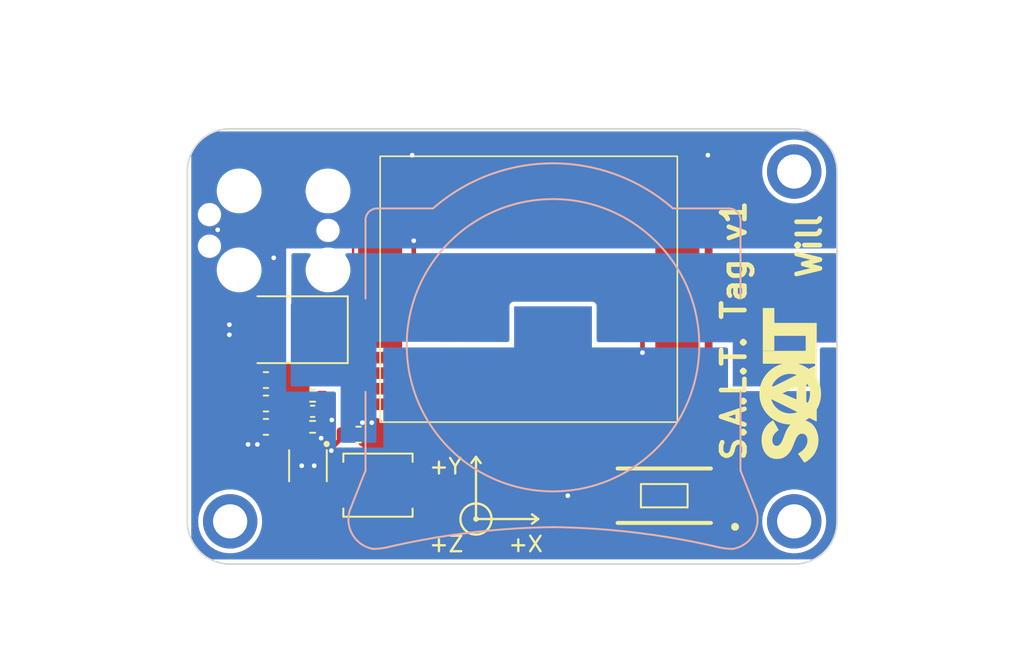
<source format=kicad_pcb>
(kicad_pcb (version 20221018) (generator pcbnew)
  (layers (0 "F.Cu" signal) (31 "B.Cu" power) (34 "B.Paste" user) (35 "F.Paste" user) (36 "B.SilkS" user "B.Silkscreen") (37 "F.SilkS" user "F.Silkscreen") (38 "B.Mask" user) (39 "F.Mask" user) (44 "Edge.Cuts" user))
  (net 0 "")
  (net 1 "Net-(U2-EN)")
  (net 2 "GND")
  (net 3 "Net-(U2-FB)")
  (net 4 "+3V3")
  (net 5 "SWD_DIO")
  (net 6 "SWD_CLK")
  (net 10 "NRST")
  (net 11 "Net-(L1-Pad2)")
  (footprint "SRP4020TA-R33M:IND_SRP4020TA-R33M" (layer "F.Cu") (at 139.5 111.9225 180)
    (fp_text reference "L1" hide)
    (fp_text value "330n")
    (pad "1" smd rect (at -1.85 0 180) (size 1.5 2.4) (layers "F.Cu" "F.Paste" "F.Mask") (net 1 "Net-(U2-EN)"))
    (pad "2" smd rect (at 1.85 0 180) (size 1.5 2.4) (layers "F.Cu" "F.Paste" "F.Mask") (net 11 "Net-(L1-Pad2)"))
  )
  (footprint "LOGO" (layer "F.Cu") (at 166 105.5 90)
    (fp_text reference "G***" hide)
    (fp_text value "LOGO" hide)
  )
  (footprint "Resistor_SMD:R_0402_1005Metric_Pad0.72x0.64mm_HandSolder" (layer "F.Cu") (at 135.3 106.1725 180)
    (fp_text reference "R1" hide)
    (fp_text value "316k")
    (pad "1" smd roundrect (at -0.5975 0 180) (size 0.715 0.64) (layers "F.Cu" "F.Paste" "F.Mask") (net 3 "Net-(U2-FB)"))
    (pad "2" smd roundrect (at 0.5975 0 180) (size 0.715 0.64) (layers "F.Cu" "F.Paste" "F.Mask") (net 4 "+3V3"))
  )
  (footprint "MountingHole:MountingHole_2.2mm_M2_ISO7380_Pad" (layer "F.Cu") (at 130 114.25)
    (fp_text reference "REF**" hide)
    (fp_text value "MountingHole_2.2mm_M2_ISO7380_Pad")
    (pad "1" thru_hole circle (at 0 0) (size 3.5 3.5) (drill 2.2) (layers "*.Cu" "*.Mask"))
  )
  (footprint "Capacitor_SMD:C_0603_1608Metric_Pad1.08x0.95mm_HandSolder" (layer "F.Cu") (at 132.3 108.1725)
    (fp_text reference "C6" hide)
    (fp_text value "22u")
    (pad "1" smd roundrect (at -0.8625 0) (size 1.075 0.95) (layers "F.Cu" "F.Paste" "F.Mask") (net 2 "GND"))
    (pad "2" smd roundrect (at 0.8625 0) (size 1.075 0.95) (layers "F.Cu" "F.Paste" "F.Mask") (net 4 "+3V3"))
  )
  (footprint "RS-032G05A3-SMRT:SW_RS-032G05A3-SMRT" (layer "F.Cu") (at 157.9 112.6 180)
    (fp_text reference "S1" hide)
    (fp_text value "~")
    (pad "1" smd rect (at -4 0 180) (size 2 2) (layers "F.Cu" "F.Paste" "F.Mask") (net 10 "NRST"))
    (pad "2" smd rect (at 4 0 180) (size 2 2) (layers "F.Cu" "F.Paste" "F.Mask") (net 2 "GND"))
  )
  (footprint "Capacitor_SMD:C_0603_1608Metric_Pad1.08x0.95mm_HandSolder" (layer "F.Cu") (at 138.25 108.6725)
    (fp_text reference "C1" hide)
    (fp_text value "10u")
    (pad "1" smd roundrect (at -0.8625 0) (size 1.075 0.95) (layers "F.Cu" "F.Paste" "F.Mask") (net 2 "GND"))
    (pad "2" smd roundrect (at 0.8625 0) (size 1.075 0.95) (layers "F.Cu" "F.Paste" "F.Mask") (net 1 "Net-(U2-EN)"))
  )
  (footprint "TPS61021ADSGR:TPS61021ADSGR" (layer "F.Cu") (at 135 110.6725 -90)
    (fp_text reference "U2" hide)
    (fp_text value "SON50P200X200X80-9N")
    (pad "1" smd roundrect (at -0.95 -0.75 270) (size 0.5 0.25) (layers "F.Cu" "F.Paste" "F.Mask") (roundrect_rratio 0.04) (net 2 "GND"))
    (pad "2" smd roundrect (at -0.95 -0.25 270) (size 0.5 0.25) (layers "F.Cu" "F.Paste" "F.Mask") (roundrect_rratio 0.04) (net 3 "Net-(U2-FB)"))
    (pad "3" smd roundrect (at -0.95 0.25 270) (size 0.5 0.25) (layers "F.Cu" "F.Paste" "F.Mask") (roundrect_rratio 0.04) (net 4 "+3V3"))
    (pad "4" smd roundrect (at -0.95 0.75 270) (size 0.5 0.25) (layers "F.Cu" "F.Paste" "F.Mask") (roundrect_rratio 0.04) (net 4 "+3V3"))
    (pad "5" smd roundrect (at 0.95 0.75 270) (size 0.5 0.25) (layers "F.Cu" "F.Paste" "F.Mask") (roundrect_rratio 0.04) (net 1 "Net-(U2-EN)"))
    (pad "6" smd roundrect (at 0.95 0.25 270) (size 0.5 0.25) (layers "F.Cu" "F.Paste" "F.Mask") (roundrect_rratio 0.04) (net 11 "Net-(L1-Pad2)"))
    (pad "7" smd roundrect (at 0.95 -0.25 270) (size 0.5 0.25) (layers "F.Cu" "F.Paste" "F.Mask") (roundrect_rratio 0.04) (net 11 "Net-(L1-Pad2)"))
    (pad "8" smd roundrect (at 0.95 -0.75 270) (size 0.5 0.25) (layers "F.Cu" "F.Paste" "F.Mask") (roundrect_rratio 0.04) (net 1 "Net-(U2-EN)"))
    (pad "9" smd rect (at 0 0 270) (size 0.9 1.6) (layers "F.Cu" "F.Mask") (net 2 "GND"))
    (pad "9_1" thru_hole circle (at 0 -0.4 270) (size 0.5 0.5) (drill 0.3) (property pad_prop_heatsink) (layers "*.Cu") (net 2 "GND"))
    (pad "9_2" thru_hole circle (at 0 0.4 270) (size 0.5 0.5) (drill 0.3) (property pad_prop_heatsink) (layers "*.Cu") (net 2 "GND"))
  )
  (footprint "Custum_Library:DWM3001C" (layer "F.Cu") (at 139.64 90.7175)
    (fp_text reference "U1" hide)
    (fp_text value "DWM3001C")
    (pad "1" smd rect (at 0 0) (size 2.83 0.75) (layers "F.Cu" "F.Paste" "F.Mask") (net 2 "GND"))
    (pad "2" smd rect (at 0 1) (size 2.83 0.75) (layers "F.Cu" "F.Paste" "F.Mask") (net 6 "SWD_CLK"))
    (pad "3" smd rect (at 0 2) (size 2.83 0.75) (layers "F.Cu" "F.Paste" "F.Mask") (net 5 "SWD_DIO"))
    (pad "4" smd rect (at 0 3) (size 2.83 0.75) (layers "F.Cu" "F.Paste" "F.Mask"))
    (pad "5" smd rect (at 0 4) (size 2.83 0.75) (layers "F.Cu" "F.Paste" "F.Mask"))
    (pad "6" smd rect (at 0 5) (size 2.83 0.75) (layers "F.Cu" "F.Paste" "F.Mask"))
    (pad "7" smd rect (at 0 6) (size 2.83 0.75) (layers "F.Cu" "F.Paste" "F.Mask"))
    (pad "8" smd rect (at 0 7) (size 2.83 0.75) (layers "F.Cu" "F.Paste" "F.Mask"))
    (pad "9" smd rect (at 0 8) (size 2.83 0.75) (layers "F.Cu" "F.Paste" "F.Mask"))
    (pad "10" smd rect (at 0 9) (size 2.83 0.75) (layers "F.Cu" "F.Paste" "F.Mask"))
    (pad "11" smd rect (at 0 10) (size 2.83 0.75) (layers "F.Cu" "F.Paste" "F.Mask") (net 2 "GND"))
    (pad "12" smd rect (at 0 11) (size 2.83 0.75) (layers "F.Cu" "F.Paste" "F.Mask") (net 4 "+3V3"))
    (pad "13" smd rect (at 0 12) (size 2.83 0.75) (layers "F.Cu" "F.Paste" "F.Mask"))
    (pad "14" smd rect (at 0 13) (size 2.83 0.75) (layers "F.Cu" "F.Paste" "F.Mask"))
    (pad "15" smd rect (at 0 14) (size 2.83 0.75) (layers "F.Cu" "F.Paste" "F.Mask"))
    (pad "16" smd rect (at 0 15) (size 2.83 0.75) (layers "F.Cu" "F.Paste" "F.Mask"))
    (pad "17" smd rect (at 0 16) (size 2.83 0.75) (layers "F.Cu" "F.Paste" "F.Mask"))
    (pad "18" smd rect (at 3.05 17.15 90) (size 2.83 0.75) (layers "F.Cu" "F.Paste" "F.Mask"))
    (pad "19" smd rect (at 4.05 17.15 90) (size 2.83 0.75) (layers "F.Cu" "F.Paste" "F.Mask"))
    (pad "20" smd rect (at 5.05 17.15 90) (size 2.83 0.75) (layers "F.Cu" "F.Paste" "F.Mask"))
    (pad "21" smd rect (at 6.05 17.15 90) (size 2.83 0.75) (layers "F.Cu" "F.Paste" "F.Mask"))
    (pad "22" smd rect (at 7.05 17.15 90) (size 2.83 0.75) (layers "F.Cu" "F.Paste" "F.Mask"))
    (pad "23" smd rect (at 8.05 17.15 90) (size 2.83 0.75) (layers "F.Cu" "F.Paste" "F.Mask"))
    (pad "24" smd rect (at 9.05 17.15 90) (size 2.83 0.75) (layers "F.Cu" "F.Paste" "F.Mask"))
    (pad "25" smd rect (at 10.05 17.15 90) (size 2.83 0.75) (layers "F.Cu" "F.Paste" "F.Mask"))
    (pad "26" smd rect (at 11.05 17.15 90) (size 2.83 0.75) (layers "F.Cu" "F.Paste" "F.Mask"))
    (pad "27" smd rect (at 12.05 17.15 90) (size 2.83 0.75) (layers "F.Cu" "F.Paste" "F.Mask"))
    (pad "28" smd rect (at 13.05 17.15 90) (size 2.83 0.75) (layers "F.Cu" "F.Paste" "F.Mask"))
    (pad "29" smd rect (at 14.05 17.15 90) (size 2.83 0.75) (layers "F.Cu" "F.Paste" "F.Mask"))
    (pad "30" smd rect (at 15.05 17.15 90) (size 2.83 0.75) (layers "F.Cu" "F.Paste" "F.Mask"))
    (pad "31" smd rect (at 16.05 17.15 90) (size 2.83 0.75) (layers "F.Cu" "F.Paste" "F.Mask"))
    (pad "32" smd rect (at 19.1 16) (size 2.83 0.75) (layers "F.Cu" "F.Paste" "F.Mask"))
    (pad "33" smd rect (at 19.1 15) (size 2.83 0.75) (layers "F.Cu" "F.Paste" "F.Mask"))
    (pad "34" smd rect (at 19.1 14) (size 2.83 0.75) (layers "F.Cu" "F.Paste" "F.Mask"))
    (pad "35" smd rect (at 19.1 13) (size 2.83 0.75) (layers "F.Cu" "F.Paste" "F.Mask"))
    (pad "36" smd rect (at 19.1 12) (size 2.83 0.75) (layers "F.Cu" "F.Paste" "F.Mask"))
    (pad "37" smd rect (at 19.1 11) (size 2.83 0.75) (layers "F.Cu" "F.Paste" "F.Mask"))
    (pad "38" smd rect (at 19.1 10) (size 2.83 0.75) (layers "F.Cu" "F.Paste" "F.Mask") (net 2 "GND"))
    (pad "39" smd rect (at 19.1 9) (size 2.83 0.75) (layers "F.Cu" "F.Paste" "F.Mask"))
    (pad "40" smd rect (at 19.1 8) (size 2.83 0.75) (layers "F.Cu" "F.Paste" "F.Mask"))
    (pad "41" smd rect (at 19.1 7) (size 2.83 0.75) (layers "F.Cu" "F.Paste" "F.Mask"))
    (pad "42" smd rect (at 19.1 6) (size 2.83 0.75) (layers "F.Cu" "F.Paste" "F.Mask"))
    (pad "43" smd rect (at 19.1 5) (size 2.83 0.75) (layers "F.Cu" "F.Paste" "F.Mask"))
    (pad "44" smd rect (at 19.1 4) (size 2.83 0.75) (layers "F.Cu" "F.Paste" "F.Mask"))
    (pad "45" smd rect (at 19.1 3) (size 2.83 0.75) (layers "F.Cu" "F.Paste" "F.Mask"))
    (pad "46" smd rect (at 19.1 2) (size 2.83 0.75) (layers "F.Cu" "F.Paste" "F.Mask"))
    (pad "47" smd rect (at 19.1 1) (size 2.83 0.75) (layers "F.Cu" "F.Paste" "F.Mask") (net 10 "NRST"))
    (pad "48" smd rect (at 19.1 0) (size 2.83 0.75) (layers "F.Cu" "F.Paste" "F.Mask") (net 2 "GND"))
  )
  (footprint "MountingHole:MountingHole_2.2mm_M2_ISO7380_Pad" (layer "F.Cu") (at 166.25 114.25)
    (fp_text reference "REF**" hide)
    (fp_text value "MountingHole_2.2mm_M2_ISO7380_Pad")
    (pad "1" thru_hole circle (at 0 0) (size 3.5 3.5) (drill 2.2) (layers "*.Cu" "*.Mask"))
  )
  (footprint "Capacitor_SMD:C_0402_1005Metric_Pad0.74x0.62mm_HandSolder" (layer "F.Cu") (at 135.3 107.1725 180)
    (fp_text reference "C2" hide)
    (fp_text value "22p")
    (pad "1" smd roundrect (at -0.5675 0 180) (size 0.735 0.62) (layers "F.Cu" "F.Paste" "F.Mask") (net 3 "Net-(U2-FB)"))
    (pad "2" smd roundrect (at 0.5675 0 180) (size 0.735 0.62) (layers "F.Cu" "F.Paste" "F.Mask") (net 4 "+3V3"))
  )
  (footprint "Diode_SMD:D_SMB" (layer "F.Cu") (at 133.9 101.9225 180)
    (fp_text reference "D2" hide)
    (fp_text value "SM6T12A")
    (pad "1" smd roundrect (at -2.15 0 180) (size 2.5 2.3) (layers "F.Cu" "F.Paste" "F.Mask") (roundrect_rratio 0.1086956522) (net 4 "+3V3"))
    (pad "2" smd roundrect (at 2.15 0 180) (size 2.5 2.3) (layers "F.Cu" "F.Paste" "F.Mask") (roundrect_rratio 0.1086956522) (net 2 "GND"))
  )
  (footprint "Resistor_SMD:R_0402_1005Metric_Pad0.72x0.64mm_HandSolder" (layer "F.Cu") (at 135.3 108.1725 180)
    (fp_text reference "R2" hide)
    (fp_text value "100k")
    (pad "1" smd roundrect (at -0.5975 0 180) (size 0.715 0.64) (layers "F.Cu" "F.Paste" "F.Mask") (net 2 "GND"))
    (pad "2" smd roundrect (at 0.5975 0 180) (size 0.715 0.64) (layers "F.Cu" "F.Paste" "F.Mask") (net 3 "Net-(U2-FB)"))
  )
  (footprint "Custum_Library:TC2050-IDC" (layer "F.Cu") (at 135.02 94.9025 180)
    (fp_text reference "J1" hide)
    (fp_text value "TC2050-IDC")
    (pad "" np_thru_hole circle (at -1.27 -3.175 180) (size 2.3749 2.3749) (drill 2.3749) (layers "F&B.Cu" "*.Mask"))
    (pad "" np_thru_hole circle (at -1.27 -0.635 180) (size 0.9906 0.9906) (drill 0.9906) (layers "F&B.Cu" "*.Mask"))
    (pad "" np_thru_hole circle (at -1.27 1.905 180) (size 2.3749 2.3749) (drill 2.3749) (layers "F&B.Cu" "*.Mask"))
    (pad "" np_thru_hole circle (at 4.445 -3.175 180) (size 2.3749 2.3749) (drill 2.3749) (layers "F&B.Cu" "*.Mask"))
    (pad "" np_thru_hole circle (at 4.445 1.905 180) (size 2.3749 2.3749) (drill 2.3749) (layers "F&B.Cu" "*.Mask"))
    (pad "" np_thru_hole circle (at 6.35 -1.65 180) (size 0.9906 0.9906) (drill 0.9906) (layers "F&B.Cu" "*.Mask"))
    (pad "" np_thru_hole circle (at 6.35 0.38 180) (size 0.9906 0.9906) (drill 0.9906) (layers "F&B.Cu" "*.Mask"))
    (pad "1" smd circle (at 0 0 180) (size 0.7874 0.7874) (layers "F.Cu" "F.Paste" "F.Mask") (net 4 "+3V3"))
    (pad "2" smd circle (at 1.27 0 180) (size 0.7874 0.7874) (layers "F.Cu" "F.Paste" "F.Mask") (net 5 "SWD_DIO"))
    (pad "3" smd circle (at 2.54 0 180) (size 0.7874 0.7874) (layers "F.Cu" "F.Paste" "F.Mask") (net 2 "GND"))
    (pad "4" smd circle (at 3.81 0 180) (size 0.7874 0.7874) (layers "F.Cu" "F.Paste" "F.Mask") (net 6 "SWD_CLK"))
    (pad "5" smd circle (at 5.08 0 180) (size 0.7874 0.7874) (layers "F.Cu" "F.Paste" "F.Mask") (net 2 "GND"))
    (pad "6" smd circle (at 5.08 -1.27 180) (size 0.7874 0.7874) (layers "F.Cu" "F.Paste" "F.Mask"))
    (pad "7" smd circle (at 3.81 -1.27 180) (size 0.7874 0.7874) (layers "F.Cu" "F.Paste" "F.Mask"))
    (pad "8" smd circle (at 2.54 -1.27 180) (size 0.7874 0.7874) (layers "F.Cu" "F.Paste" "F.Mask"))
    (pad "9" smd circle (at 1.27 -1.27 180) (size 0.7874 0.7874) (layers "F.Cu" "F.Paste" "F.Mask") (net 2 "GND"))
    (pad "10" smd circle (at 0 -1.27 180) (size 0.7874 0.7874) (layers "F.Cu" "F.Paste" "F.Mask"))
  )
  (footprint "Capacitor_SMD:C_0603_1608Metric_Pad1.08x0.95mm_HandSolder" (layer "F.Cu") (at 132.3 106.6725)
    (fp_text reference "C5" hide)
    (fp_text value "22u")
    (pad "1" smd roundrect (at -0.8625 0) (size 1.075 0.95) (layers "F.Cu" "F.Paste" "F.Mask") (net 2 "GND"))
    (pad "2" smd roundrect (at 0.8625 0) (size 1.075 0.95) (layers "F.Cu" "F.Paste" "F.Mask") (net 4 "+3V3"))
  )
  (footprint "MountingHole:MountingHole_2.2mm_M2_ISO7380_Pad" (layer "F.Cu") (at 166.25 91.75)
    (fp_text reference "REF**" hide)
    (fp_text value "MountingHole_2.2mm_M2_ISO7380_Pad")
    (pad "1" thru_hole circle (at 0 0) (size 3.5 3.5) (drill 2.2) (layers "*.Cu" "*.Mask"))
  )
  (footprint "Capacitor_SMD:C_0603_1608Metric_Pad1.08x0.95mm_HandSolder" (layer "F.Cu") (at 132.3 105.1625)
    (fp_text reference "C3" hide)
    (fp_text value "22u")
    (pad "1" smd roundrect (at -0.8625 0) (size 1.075 0.95) (layers "F.Cu" "F.Paste" "F.Mask") (net 2 "GND"))
    (pad "2" smd roundrect (at 0.8625 0) (size 1.075 0.95) (layers "F.Cu" "F.Paste" "F.Mask") (net 4 "+3V3"))
  )
  (footprint "BHX1-2032-SM:BAT_BHX1-2032-SM" (layer "B.Cu") (at 150.75 102.9225 180)
    (fp_text reference "BT1" hide)
    (fp_text value "CR2032")
    (pad "1" smd rect (at -14.2 0 180) (size 5.3 5.3) (layers "B.Cu" "B.Paste" "B.Mask") (net 1 "Net-(U2-EN)"))
    (pad "1" smd rect (at 14.2 0 180) (size 5.3 5.3) (layers "B.Cu" "B.Paste" "B.Mask") (net 1 "Net-(U2-EN)"))
    (pad "2" smd rect (at 0 0 180) (size 5 5) (layers "B.Cu" "B.Mask") (net 2 "GND"))
  )
  (gr_circle (center 145.8 114.1) (end 146.8 114.1) (stroke (width 0.15)) (fill none) (layer "F.SilkS"))
  (gr_line (start 145.8 114.1) (end 149.8 114.1) (stroke (width 0.15)) (layer "F.SilkS"))
  (gr_circle (center 145.8 114.1) (end 145.9 114.1) (stroke (width 0.15)) (fill solid) (layer "F.SilkS"))
  (gr_line (start 145.8 110.1) (end 145.5 110.5) (stroke (width 0.15)) (layer "F.SilkS"))
  (gr_line (start 145.8 110.1) (end 146.1 110.5) (stroke (width 0.15)) (layer "F.SilkS"))
  (gr_line (start 145.8 114.1) (end 145.8 110.1) (stroke (width 0.15)) (layer "F.SilkS"))
  (gr_line (start 149.8 114.1) (end 149.4 113.8) (stroke (width 0.15)) (layer "F.SilkS"))
  (gr_line (start 149.8 114.1) (end 149.4 114.4) (stroke (width 0.15)) (layer "F.SilkS"))
  (gr_line (start 169 114.25) (end 169 91.75) (stroke (width 0.1)) (layer "Edge.Cuts"))
  (gr_arc (start 166.25 89) (mid 168.194544 89.805456) (end 169 91.75) (stroke (width 0.1)) (layer "Edge.Cuts"))
  (gr_arc (start 127.25 91.75) (mid 128.055456 89.805456) (end 130 89) (stroke (width 0.1)) (layer "Edge.Cuts"))
  (gr_line (start 127.25 114.25) (end 127.25 91.75) (stroke (width 0.1)) (layer "Edge.Cuts"))
  (gr_line (start 166.25 89) (end 130 89) (stroke (width 0.1)) (layer "Edge.Cuts"))
  (gr_arc (start 130 117) (mid 128.055456 116.194544) (end 127.25 114.25) (stroke (width 0.1)) (layer "Edge.Cuts"))
  (gr_line (start 166.25 117) (end 130 117) (stroke (width 0.1)) (layer "Edge.Cuts"))
  (gr_arc (start 169 114.25) (mid 168.194544 116.194544) (end 166.25 117) (stroke (width 0.1)) (layer "Edge.Cuts"))
  (gr_text "+Z" (at 142.7 116.3) (layer "F.SilkS") (effects (font (size 1 1)) (justify left bottom)))
  (gr_text "Will" (at 168.1 98.75 90) (layer "F.SilkS") (effects (font (size 1.5 1.5) (thickness 0.3) bold) (justify left bottom)))
  (gr_text "+Y" (at 142.7 111.3) (layer "F.SilkS") (effects (font (size 1 1)) (justify left bottom)))
  (gr_text "+X\n" (at 147.8 116.3) (layer "F.SilkS") (effects (font (size 1 1)) (justify left bottom)))
  (gr_text "S.A.L.T. Tag v1\n" (at 163.25 110.5 90) (layer "F.SilkS") (effects (font (size 1.5 1.5) (thickness 0.3) bold) (justify left bottom)))
  (segment (start 136.55 111.9) (end 136.55 110.7) (width 0.3) (layer "F.Cu") (net 1))
  (segment (start 135.85 112.1) (end 136.35 112.1) (width 0.3) (layer "F.Cu") (net 1))
  (segment (start 136.55 110.5) (end 136.75 110.3) (width 0.3) (layer "F.Cu") (net 1))
  (segment (start 135.75 111.6225) (end 135.75 112) (width 0.3) (layer "F.Cu") (net 1))
  (segment (start 135.75 112) (end 135.85 112.1) (width 0.3) (layer "F.Cu") (net 1))
  (segment (start 136.35 112.1) (end 136.55 111.9) (width 0.3) (layer "F.Cu") (net 1))
  (segment (start 136.55 110.7) (end 136.55 110.5) (width 0.3) (layer "F.Cu") (net 1))
  (segment (start 139.1125 108.6725) (end 139.1125 108.5125) (width 0.25) (layer "F.Cu") (net 1))
  (segment (start 136.75 110.3) (end 140.1 110.3) (width 0.3) (layer "F.Cu") (net 1))
  (via (at 138.5 107.9) (size 0.5) (drill 0.3) (layers "F.Cu" "B.Cu") (net 1))
  (via (at 139.1 107.9) (size 0.5) (drill 0.3) (layers "F.Cu" "B.Cu") (net 1))
  (segment (start 157.025 100.7175) (end 158.74 100.7175) (width 0.3) (layer "F.Cu") (net 2))
  (segment (start 133.75 96.1725) (end 133.75 96.35) (width 0.3) (layer "F.Cu") (net 2))
  (segment (start 132.48 94.9025) (end 133.75 96.1725) (width 0.3) (layer "F.Cu") (net 2))
  (segment (start 153.9 112.6) (end 151.7 112.6) (width 0.5) (layer "F.Cu") (net 2))
  (segment (start 136.5 109.56) (end 137.3875 108.6725) (width 0.3) (layer "F.Cu") (net 2))
  (segment (start 129.94 94.9025) (end 129.7975 94.9025) (width 0.3) (layer "F.Cu") (net 2))
  (segment (start 135.8975 108.1725) (end 136.088362 108.1725) (width 0.3) (layer "F.Cu") (net 2))
  (segment (start 141.355 100.7175) (end 141.8 100.2725) (width 0.3) (layer "F.Cu") (net 2))
  (segment (start 156.5 101.2425) (end 157.025 100.7175) (width 0.3) (layer "F.Cu") (net 2))
  (segment (start 131.45 105.175) (end 131.4375 105.1625) (width 1) (layer "F.Cu") (net 2))
  (segment (start 135.75 108.9995) (end 135.75 109.6875) (width 0.3) (layer "F.Cu") (net 2))
  (segment (start 156.5 103.4) (end 156.5 101.2425) (width 0.3) (layer "F.Cu") (net 2))
  (segment (start 136.088362 108.1725) (end 136.532255 107.728607) (width 0.3) (layer "F.Cu") (net 2))
  (segment (start 129.7975 94.9025) (end 129.2 95.5) (width 0.3) (layer "F.Cu") (net 2))
  (segment (start 133.75 96.35) (end 132.8 97.3) (width 0.3) (layer "F.Cu") (net 2))
  (segment (start 160.6825 90.7175) (end 160.7 90.7) (width 0.3) (layer "F.Cu") (net 2))
  (segment (start 141.6825 90.7175) (end 141.7 90.7) (width 0.3) (layer "F.Cu") (net 2))
  (segment (start 135.8495 108.9) (end 135.75 108.9995) (width 0.3) (layer "F.Cu") (net 2))
  (segment (start 139.64 100.7175) (end 141.355 100.7175) (width 0.3) (layer "F.Cu") (net 2))
  (segment (start 136.5 109.7) (end 136.5 109.56) (width 0.3) (layer "F.Cu") (net 2))
  (segment (start 158.74 90.7175) (end 160.6825 90.7175) (width 0.3) (layer "F.Cu") (net 2))
  (segment (start 141.8 100.2725) (end 141.8 96.2) (width 0.3) (layer "F.Cu") (net 2))
  (segment (start 139.64 90.7175) (end 141.6825 90.7175) (width 0.3) (layer "F.Cu") (net 2))
  (via (at 141.7 90.7) (size 0.5) (drill 0.3) (layers "F.Cu" "B.Cu") (net 2))
  (via (at 135.8495 108.9) (size 0.5) (drill 0.3) (layers "F.Cu" "B.Cu") (net 2))
  (via (at 151.7 112.6) (size 0.5) (drill 0.3) (layers "F.Cu" "B.Cu") (net 2))
  (via (at 131.75 109.3) (size 0.5) (drill 0.3) (layers "F.Cu" "B.Cu") (net 2))
  (via (at 156.5 103.4) (size 0.5) (drill 0.3) (layers "F.Cu" "B.Cu") (net 2))
  (via (at 136.532255 107.728607) (size 0.5) (drill 0.3) (layers "F.Cu" "B.Cu") (net 2))
  (via (at 160.7 90.7) (size 0.5) (drill 0.3) (layers "F.Cu" "B.Cu") (net 2))
  (via (at 129.95 102.25) (size 0.5) (drill 0.3) (layers "F.Cu" "B.Cu") (net 2))
  (via (at 129.95 101.6) (size 0.5) (drill 0.3) (layers "F.Cu" "B.Cu") (net 2))
  (via (at 141.8 96.2) (size 0.5) (drill 0.3) (layers "F.Cu" "B.Cu") (net 2))
  (via (at 129.2 95.5) (size 0.5) (drill 0.3) (layers "F.Cu" "B.Cu") (net 2))
  (via (at 136.5 109.7) (size 0.5) (drill 0.3) (layers "F.Cu" "B.Cu") (net 2))
  (via (at 132.8 97.3) (size 0.5) (drill 0.3) (layers "F.Cu" "B.Cu") (net 2))
  (via (at 131.15 109.3) (size 0.5) (drill 0.3) (layers "F.Cu" "B.Cu") (net 2))
  (segment (start 134.7025 108.1725) (end 135.25 108.72) (width 0.3) (layer "F.Cu") (net 3))
  (segment (start 134.7025 108.1725) (end 134.8275 108.1725) (width 0.3) (layer "F.Cu") (net 3))
  (segment (start 135.8975 107.1425) (end 135.8675 107.1725) (width 0.3) (layer "F.Cu") (net 3))
  (segment (start 135.25 108.72) (end 135.25 109.6875) (width 0.3) (layer "F.Cu") (net 3))
  (segment (start 134.8275 108.1725) (end 135.19 107.81) (width 0.3) (layer "F.Cu") (net 3))
  (segment (start 135.19 107.801251) (end 135.818751 107.1725) (width 0.3) (layer "F.Cu") (net 3))
  (segment (start 135.19 107.81) (end 135.19 107.801251) (width 0.3) (layer "F.Cu") (net 3))
  (segment (start 135.8975 106.1725) (end 135.8975 107.1425) (width 0.3) (layer "F.Cu") (net 3))
  (segment (start 135.818751 107.1725) (end 135.8675 107.1725) (width 0.3) (layer "F.Cu") (net 3))
  (segment (start 137.9 95.7) (end 137.9 100.0725) (width 0.15) (layer "F.Cu") (net 4))
  (segment (start 135.02 94.9025) (end 135.3225 94.6) (width 0.15) (layer "F.Cu") (net 4))
  (segment (start 135.3225 94.6) (end 136.8 94.6) (width 0.15) (layer "F.Cu") (net 4))
  (segment (start 137.9 100.0725) (end 136.05 101.9225) (width 0.15) (layer "F.Cu") (net 4))
  (segment (start 139.64 101.7175) (end 136.255 101.7175) (width 0.5) (layer "F.Cu") (net 4))
  (segment (start 136.8 94.6) (end 137.9 95.7) (width 0.15) (layer "F.Cu") (net 4))
  (segment (start 136.255 101.7175) (end 136.05 101.9225) (width 0.5) (layer "F.Cu") (net 4))
  (segment (start 136.95 91.35) (end 135.342646 91.35) (width 0.25) (layer "F.Cu") (net 5))
  (segment (start 135.342646 91.35) (end 133.75 92.942646) (width 0.25) (layer "F.Cu") (net 5))
  (segment (start 133.75 92.942646) (end 133.75 94.9025) (width 0.25) (layer "F.Cu") (net 5))
  (segment (start 139.64 92.7175) (end 138.3175 92.7175) (width 0.25) (layer "F.Cu") (net 5))
  (segment (start 138.3175 92.7175) (end 136.95 91.35) (width 0.25) (layer "F.Cu") (net 5))
  (segment (start 138.2175 91.7175) (end 137.4 90.9) (width 0.25) (layer "F.Cu") (net 6))
  (segment (start 131.21 94.84625) (end 131.21 94.9025) (width 0.25) (layer "F.Cu") (net 6))
  (segment (start 139.64 91.7175) (end 138.2175 91.7175) (width 0.25) (layer "F.Cu") (net 6))
  (segment (start 137.4 90.9) (end 135.15625 90.9) (width 0.25) (layer "F.Cu") (net 6))
  (segment (start 135.15625 90.9) (end 131.21 94.84625) (width 0.25) (layer "F.Cu") (net 6))
  (segment (start 160.655 91.7175) (end 160.75 91.8125) (width 0.5) (layer "F.Cu") (net 10))
  (segment (start 160.75 91.8125) (end 160.75 111.45) (width 0.5) (layer "F.Cu") (net 10))
  (segment (start 158.74 91.7175) (end 160.655 91.7175) (width 0.5) (layer "F.Cu") (net 10))
  (segment (start 160.75 111.45) (end 161.9 112.6) (width 0.5) (layer "F.Cu") (net 10))
  (zone (net 2) (net_name "GND") (layer "F.Cu") (priority 4) (connect_pads yes (clearance 0.3)) (min_thickness 0.25) (fill yes (thermal_gap 0.5) (thermal_bridge_width 0.5))
    (polygon (pts (xy 130.9 104.7) (xy 132 104.7) (xy 132 109.6) (xy 130.9 109.6)))
  )
  (zone (net 11) (net_name "Net-(L1-Pad2)") (layer "F.Cu") (priority 2) (connect_pads yes (clearance 0.3)) (min_thickness 0.25) (fill yes (thermal_gap 0.5) (thermal_bridge_width 0.5))
    (polygon (pts (xy 134.7 111.3) (xy 135.3 111.3) (xy 135.3 112.25) (xy 135.7 112.55) (xy 136.6 112.55) (xy 137.1 112) (xy 137.1 110.7) (xy 138.45 110.7) (xy 138.45 113.15) (xy 135.3 113.15) (xy 134.7 112.5)))
  )
  (zone (net 2) (net_name "GND") (layer "F.Cu") (priority 5) (connect_pads yes (clearance 0.3)) (min_thickness 0.25) (fill yes (thermal_gap 0.5) (thermal_bridge_width 0.5))
    (polygon (pts (xy 129.55 101.25) (xy 132.45 101.25) (xy 132.45 102.65) (xy 129.55 102.65)))
  )
  (zone (net 4) (net_name "+3V3") (layer "F.Cu") (priority 1) (connect_pads yes (clearance 0.3)) (min_thickness 0.25) (fill yes (thermal_gap 0.5) (thermal_bridge_width 0.5))
    (polygon (pts (xy 134.1 103.9) (xy 134.1 101) (xy 134.3 100.7) (xy 137.1 100.7) (xy 137.4 101) (xy 137.4 104.1) (xy 137.2 104.2) (xy 135.3 104.2) (xy 135.1 104.4) (xy 135.1 107.3) (xy 134.9 107.5) (xy 134.1 107.5) (xy 134 107.7) (xy 134 108.8) (xy 134.1 109) (xy 134.7 109) (xy 134.8 109.1) (xy 134.8 109.8) (xy 134.7 109.9) (xy 133.5 109.9) (xy 133.3 109.7) (xy 132.6 108.5) (xy 132.6 104.3) (xy 132.8 104.1) (xy 133.9 104.1)))
  )
  (zone (net 1) (net_name "Net-(U2-EN)") (layer "F.Cu") (priority 3) (connect_pads yes (clearance 0.3)) (min_thickness 0.25) (fill yes (thermal_gap 0.5) (thermal_bridge_width 0.5))
    (polygon (pts (xy 134 111.5) (xy 134.3 111.5) (xy 134.3 112.7) (xy 135.1 113.5) (xy 139.7 113.5) (xy 140 113.1) (xy 140 110.7) (xy 139.7 110.3) (xy 138.25 109.3) (xy 138.25 107.75) (xy 138.45 107.6) (xy 139.5 107.6) (xy 139.9 107.9) (xy 141.9 109.7) (xy 142.3 110.1) (xy 142.3 113.7) (xy 142 114.1) (xy 134.4 114.2) (xy 134 113.8)))
  )
  (zone (net 2) (net_name "GND") (layer "B.Cu") (connect_pads yes (clearance 0.3)) (min_thickness 0.25) (fill yes (thermal_gap 0.5) (thermal_bridge_width 0.5))
    (polygon (pts (xy 127.5 89.1725) (xy 169 89.1725) (xy 169 96.7) (xy 133.6 96.7) (xy 133.6 105.9) (xy 136.8 105.9) (xy 136.8 109.5) (xy 139.9 109.5) (xy 139.9 116.694593) (xy 127.5 116.7)))
  )
  (zone (net 1) (net_name "Net-(U2-EN)") (layer "B.Cu") (connect_pads yes (clearance 0.3)) (min_thickness 0.25) (fill yes (thermal_gap 0.5) (thermal_bridge_width 0.5))
    (polygon (pts (xy 133.94 97) (xy 169 97) (xy 169 102.75) (xy 139.4 102.7) (xy 139.4 109.2) (xy 137.1 109.2) (xy 137.1 105.5) (xy 133.9 105.5)))
  )
  (zone (net 2) (net_name "GND") (layer "B.Cu") (connect_pads yes (clearance 0.3)) (min_thickness 0.25) (fill yes (thermal_gap 0.5) (thermal_bridge_width 0.5))
    (polygon (pts (xy 139.834719 103.064593) (xy 168.984719 103.064593) (xy 169.014719 116.694593) (xy 139.864719 116.694593)))
  )
)
</source>
